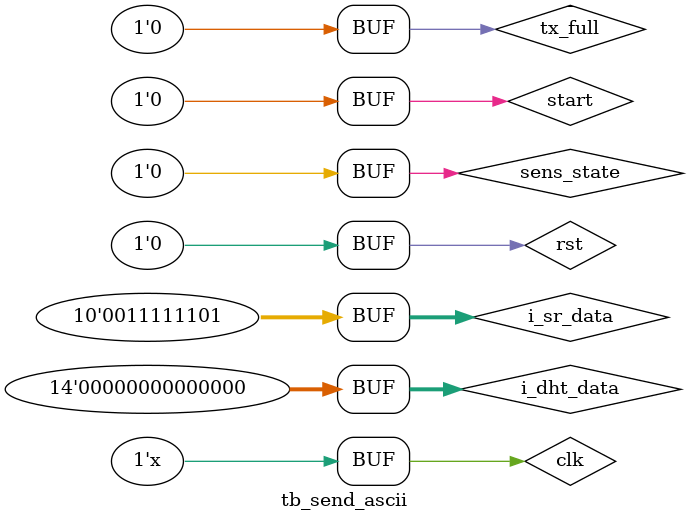
<source format=v>
`timescale 1ns / 1ps


module tb_send_ascii ();
    reg clk, rst, tx_full, start, sens_state;
    reg [9:0] i_sr_data;
    reg [13:0] i_dht_data;
    wire tx_push;
    wire [7:0] tx_push_data;

    ascii_sender dut (
        .clk(clk),
        .rst(rst),
        .sens_state(sens_state),
        .i_sr_data(i_sr_data),  //distance in data
        .i_dht_data(i_dht_data),  //dht in data
        .tx_full(tx_full),
        .start(start),
        .tx_push(tx_push),
        .tx_push_data(tx_push_data)
    );

    always #5 clk = ~clk;
    initial begin
        #0;
        clk = 0;
        rst = 1;
        i_sr_data = 253;
        i_dht_data = 0;
        tx_full = 0;
        start = 0;
        sens_state = 0;
        #20;
        rst = 0;
        #15;
        start  = 1;
        #10;
        start = 0;
        #10000;
    end
endmodule

</source>
